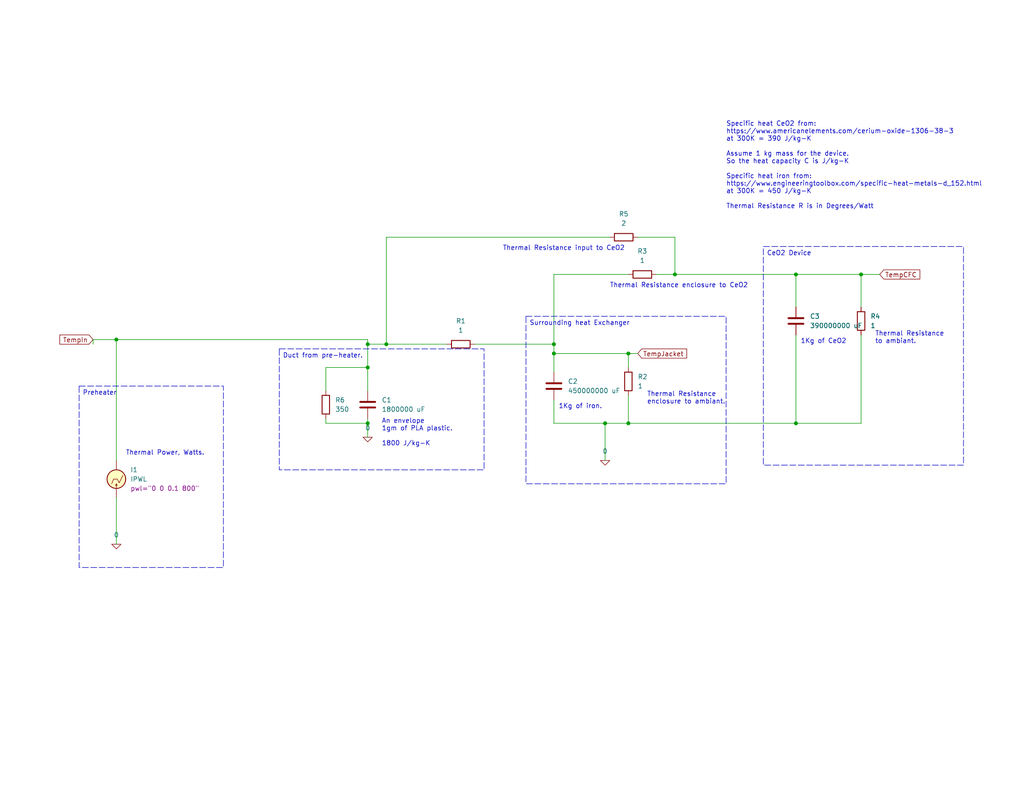
<source format=kicad_sch>
(kicad_sch (version 20230121) (generator eeschema)
  (paper "USLetter")
  (title_block (title "RCRC Thermo Model") (date "2023-09-27") (rev "0.1") (company "Public Invention") (comment 1 "By: Lee Erickson"))
  (lib_symbols
    (symbol "Device:C" (pin_numbers hide) (pin_names (offset 0.254))
      (property "Reference" "C" (at 0.635 2.54 0))
      (property "Value" "C" (at 0.635 -2.54 0))
      (symbol "C_0_1"
        (polyline (pts (xy -2.032 -0.762) (xy 2.032 -0.762)) (stroke (width 0.508)))
        (polyline (pts (xy -2.032 0.762) (xy 2.032 0.762)) (stroke (width 0.508)))
      )
      (symbol "C_1_1"
        (pin passive line (at 0 3.81 270) (length 2.794) (name "~") (number "1"))
        (pin passive line (at 0 -3.81 90) (length 2.794) (name "~") (number "2"))
      )
    )
    (symbol "Device:R" (pin_numbers hide) (pin_names (offset 0))
      (property "Reference" "R" (at 2.032 0 90))
      (property "Value" "R" (at 0 0 90))
      (symbol "R_0_1"
        (rectangle (start -1.016 -2.54) (end 1.016 2.54) (stroke (width 0.254)))
      )
      (symbol "R_1_1"
        (pin passive line (at 0 3.81 270) (length 1.27) (name "~") (number "1"))
        (pin passive line (at 0 -3.81 90) (length 1.27) (name "~") (number "2"))
      )
    )
    (symbol "Simulation_SPICE:0" (power) (pin_names (offset 0))
      (property "Value" "0" (at 0 -1.778 0))
      (symbol "0_0_1"
        (polyline (pts (xy -1.27 0) (xy 0 -1.27) (xy 1.27 0) (xy -1.27 0)))
      )
      (symbol "0_1_1"
        (pin power_in line (at 0 0 0) (length 0) hide (name "0") (number "1"))
      )
    )
    (symbol "Simulation_SPICE:IPWL" (pin_numbers hide) (pin_names (offset 0.0254))
      (property "Reference" "I" (at 2.54 2.54 0))
      (property "Value" "IPWL" (at 2.54 0 0))
      (property "Sim.Params" "pwl=\"0 -1 50n -1 51n 0 97n 1 171n -1 200n -1\"" (at 2.54 -2.54 0))
      (symbol "IPWL_0_0"
        (polyline (pts (xy -1.778 -1.016) (xy -0.762 1.016) (xy -0.254 0) (xy 0.762 0) (xy 1.27 1.27)))
      )
      (symbol "IPWL_0_1"
        (polyline (pts (xy 0 1.27) (xy 0 2.286)))
        (polyline (pts (xy -0.254 1.778) (xy 0 1.27) (xy 0.254 1.778)))
        (circle (center 0 0) (radius 2.54) (stroke (width 0.254)) (fill (type background)))
      )
      (symbol "IPWL_1_1"
        (pin passive line (at 0 5.08 270) (length 2.54) (name "~") (number "1"))
        (pin passive line (at 0 -5.08 90) (length 2.54) (name "~") (number "2"))
      )
    )
  )
  (junction (at 105.41 93.98))
  (junction (at 100.33 115.57))
  (junction (at 151.13 96.52))
  (junction (at 100.33 100.33))
  (junction (at 171.45 115.57))
  (junction (at 217.17 74.93))
  (junction (at 184.15 74.93))
  (junction (at 165.1 115.57))
  (junction (at 151.13 93.98))
  (junction (at 100.33 93.98))
  (junction (at 234.95 74.93))
  (junction (at 217.17 115.57))
  (junction (at 171.45 96.52))
  (junction (at 31.75 92.71))
  (wire (pts (xy 105.41 93.98) (xy 121.92 93.98)))
  (wire (pts (xy 100.33 115.57) (xy 100.33 119.38)))
  (wire (pts (xy 151.13 93.98) (xy 129.54 93.98)))
  (wire (pts (xy 100.33 93.98) (xy 105.41 93.98)))
  (wire (pts (xy 88.9 114.3) (xy 88.9 115.57)))
  (wire (pts (xy 100.33 92.71) (xy 100.33 93.98)))
  (wire (pts (xy 234.95 83.82) (xy 234.95 74.93)))
  (wire (pts (xy 184.15 74.93) (xy 217.17 74.93)))
  (wire (pts (xy 151.13 74.93) (xy 171.45 74.93)))
  (wire (pts (xy 100.33 100.33) (xy 100.33 106.68)))
  (wire (pts (xy 25.4 92.71) (xy 25.4 93.98)))
  (wire (pts (xy 100.33 93.98) (xy 100.33 100.33)))
  (wire (pts (xy 171.45 100.33) (xy 171.45 96.52)))
  (wire (pts (xy 173.99 64.77) (xy 184.15 64.77)))
  (wire (pts (xy 151.13 93.98) (xy 151.13 74.93)))
  (wire (pts (xy 151.13 96.52) (xy 151.13 93.98)))
  (wire (pts (xy 151.13 96.52) (xy 171.45 96.52)))
  (wire (pts (xy 171.45 96.52) (xy 173.99 96.52)))
  (wire (pts (xy 165.1 115.57) (xy 165.1 125.73)))
  (wire (pts (xy 88.9 100.33) (xy 100.33 100.33)))
  (wire (pts (xy 234.95 74.93) (xy 217.17 74.93)))
  (wire (pts (xy 105.41 64.77) (xy 105.41 93.98)))
  (wire (pts (xy 151.13 101.6) (xy 151.13 96.52)))
  (wire (pts (xy 171.45 115.57) (xy 165.1 115.57)))
  (wire (pts (xy 88.9 106.68) (xy 88.9 100.33)))
  (wire (pts (xy 217.17 74.93) (xy 217.17 83.82)))
  (wire (pts (xy 88.9 115.57) (xy 100.33 115.57)))
  (wire (pts (xy 217.17 91.44) (xy 217.17 115.57)))
  (wire (pts (xy 100.33 114.3) (xy 100.33 115.57)))
  (wire (pts (xy 217.17 115.57) (xy 234.95 115.57)))
  (wire (pts (xy 179.07 74.93) (xy 184.15 74.93)))
  (wire (pts (xy 151.13 109.22) (xy 151.13 115.57)))
  (wire (pts (xy 25.4 92.71) (xy 31.75 92.71)))
  (wire (pts (xy 31.75 125.73) (xy 31.75 92.71)))
  (wire (pts (xy 171.45 115.57) (xy 217.17 115.57)))
  (wire (pts (xy 234.95 74.93) (xy 240.03 74.93)))
  (wire (pts (xy 31.75 92.71) (xy 100.33 92.71)))
  (wire (pts (xy 151.13 115.57) (xy 165.1 115.57)))
  (wire (pts (xy 171.45 107.95) (xy 171.45 115.57)))
  (wire (pts (xy 234.95 91.44) (xy 234.95 115.57)))
  (wire (pts (xy 166.37 64.77) (xy 105.41 64.77)))
  (wire (pts (xy 184.15 64.77) (xy 184.15 74.93)))
  (wire (pts (xy 31.75 135.89) (xy 31.75 148.59)))
  (text_box "Duct from pre-heater." (at 76.2 95.25 0) (size 55.88 33.02) (stroke (width 0) (type dash)) (effects (font (size 1.27 1.27)) (justify left top)))
  (text_box "CeO2 Device" (at 208.28 67.31 0) (size 54.61 59.69) (stroke (width 0) (type dash)) (effects (font (size 1.27 1.27)) (justify left top)))
  (text_box "Preheater" (at 21.59 105.41 0) (size 39.37 49.53) (stroke (width 0) (type dash)) (effects (font (size 1.27 1.27)) (justify left top)))
  (text_box "Surrounding heat Exchanger" (at 143.51 86.36 0) (size 54.61 45.72) (stroke (width 0) (type dash)) (effects (font (size 1.27 1.27)) (justify left top)))
  (text "Thermal Resistance \nto ambiant." (at 238.76 93.98 0) (effects (font (size 1.27 1.27)) (justify left bottom)))
  (text "Specific heat CeO2 from:\nhttps://www.americanelements.com/cerium-oxide-1306-38-3\nat 300K = 390 J/kg-K\n\nAssume 1 kg mass for the device.\nSo the heat capacity C is J/kg-K\n\nSpecific heat iron from:\nhttps://www.engineeringtoolbox.com/specific-heat-metals-d_152.html\nat 300K = 450 J/kg-K\n\nThermal Resistance R is in Degrees/Watt\n" (at 198.12 57.15 0) (effects (font (size 1.27 1.27)) (justify left bottom)))
  (text "Thermal Resistance input to CeO2" (at 137.16 68.58 0) (effects (font (size 1.27 1.27)) (justify left bottom)))
  (text "Thermal Resistance \nenclosure to ambiant." (at 176.53 110.49 0) (effects (font (size 1.27 1.27)) (justify left bottom)))
  (text "1Kg of iron." (at 152.4 111.76 0) (effects (font (size 1.27 1.27)) (justify left bottom)))
  (text "An envelope\n1gm of PLA plastic.\n\n1800 J/kg-K" (at 104.14 121.92 0) (effects (font (size 1.27 1.27)) (justify left bottom)))
  (text "Thermal Resistance enclosure to CeO2" (at 166.37 78.74 0) (effects (font (size 1.27 1.27)) (justify left bottom)))
  (text "1Kg of CeO2" (at 218.44 93.98 0) (effects (font (size 1.27 1.27)) (justify left bottom)))
  (text "Thermal Power, Watts." (at 34.29 124.46 0) (effects (font (size 1.27 1.27)) (justify left bottom)))
  (global_label "TempIn" (shape input) (at 25.4 92.71 180) (property "Intersheetrefs" "${INTERSHEET_REFS}" (effects hide)))
  (global_label "TempJacket" (shape input) (at 173.99 96.52 0) (property "Intersheetrefs" "${INTERSHEET_REFS}" (effects hide)))
  (global_label "TempCFC" (shape input) (at 240.03 74.93 0) (property "Intersheetrefs" "${INTERSHEET_REFS}" (effects hide)))
  (symbol (lib_id "Device:R") (at 171.45 104.14 180) (unit 1)
    (property "Reference" "R2" (at 173.99 102.87 0) (effects (justify right)))
    (property "Value" "1	" (at 173.99 105.41 0) (effects (justify right)))
  )
  (symbol (lib_id "Device:C") (at 151.13 105.41 0) (unit 1)
    (property "Reference" "C2" (at 154.94 104.14 0) (effects (justify left)))
    (property "Value" "450000000 uF" (at 154.94 106.68 0) (effects (justify left)))
  )
  (symbol (lib_id "Simulation_SPICE:0") (at 165.1 125.73 0) (unit 1)
    (property "Reference" "#GND03" (effects hide))
    (property "Value" "0" (at 165.1 123.19 0))
  )
  (symbol (lib_id "Simulation_SPICE:0") (at 31.75 148.59 0) (unit 1)
    (property "Reference" "#GND02" (effects hide))
    (property "Value" "0" (at 31.75 146.05 0))
  )
  (symbol (lib_id "Simulation_SPICE:0") (at 100.33 119.38 0) (unit 1)
    (property "Reference" "#GND01" (effects hide))
    (property "Value" "0" (at 100.33 116.84 0))
  )
  (symbol (lib_id "Device:R") (at 170.18 64.77 90) (unit 1)
    (property "Reference" "R5" (at 170.18 58.42 90))
    (property "Value" "2" (at 170.18 60.96 90))
  )
  (symbol (lib_id "Simulation_SPICE:IPWL") (at 31.75 130.81 180) (unit 1)
    (property "Reference" "I1" (at 35.56 128.27 0) (effects (justify right)))
    (property "Value" "IPWL" (at 35.56 130.81 0) (effects (justify right)))
    (property "Sim.Pins" "1=+ 2=-" (effects hide))
    (property "Sim.Device" "I" (effects hide))
    (property "Sim.Params" "pwl=\"0 0 0.1 800\"" (at 35.56 133.35 0) (effects (justify right)))
    (property "Sim.Type" "PWL" (effects hide))
  )
  (symbol (lib_id "Device:C") (at 100.33 110.49 0) (unit 1)
    (property "Reference" "C1" (at 104.14 109.22 0) (effects (justify left)))
    (property "Value" "1800000 uF" (at 104.14 111.76 0) (effects (justify left)))
  )
  (symbol (lib_id "Device:R") (at 234.95 87.63 180) (unit 1)
    (property "Reference" "R4" (at 237.49 86.36 0) (effects (justify right)))
    (property "Value" "1" (at 237.49 88.9 0) (effects (justify right)))
  )
  (symbol (lib_id "Device:R") (at 88.9 110.49 180) (unit 1)
    (property "Reference" "R6" (at 91.44 109.22 0) (effects (justify right)))
    (property "Value" "350" (at 91.44 111.76 0) (effects (justify right)))
  )
  (symbol (lib_id "Device:R") (at 125.73 93.98 90) (unit 1)
    (property "Reference" "R1" (at 125.73 87.63 90))
    (property "Value" "1" (at 125.73 90.17 90))
  )
  (symbol (lib_id "Device:R") (at 175.26 74.93 90) (unit 1)
    (property "Reference" "R3" (at 175.26 68.58 90))
    (property "Value" "1" (at 175.26 71.12 90))
  )
  (symbol (lib_id "Device:C") (at 217.17 87.63 0) (unit 1)
    (property "Reference" "C3" (at 220.98 86.36 0) (effects (justify left)))
    (property "Value" "390000000 uF" (at 220.98 88.9 0) (effects (justify left)))
  )
)
</source>
